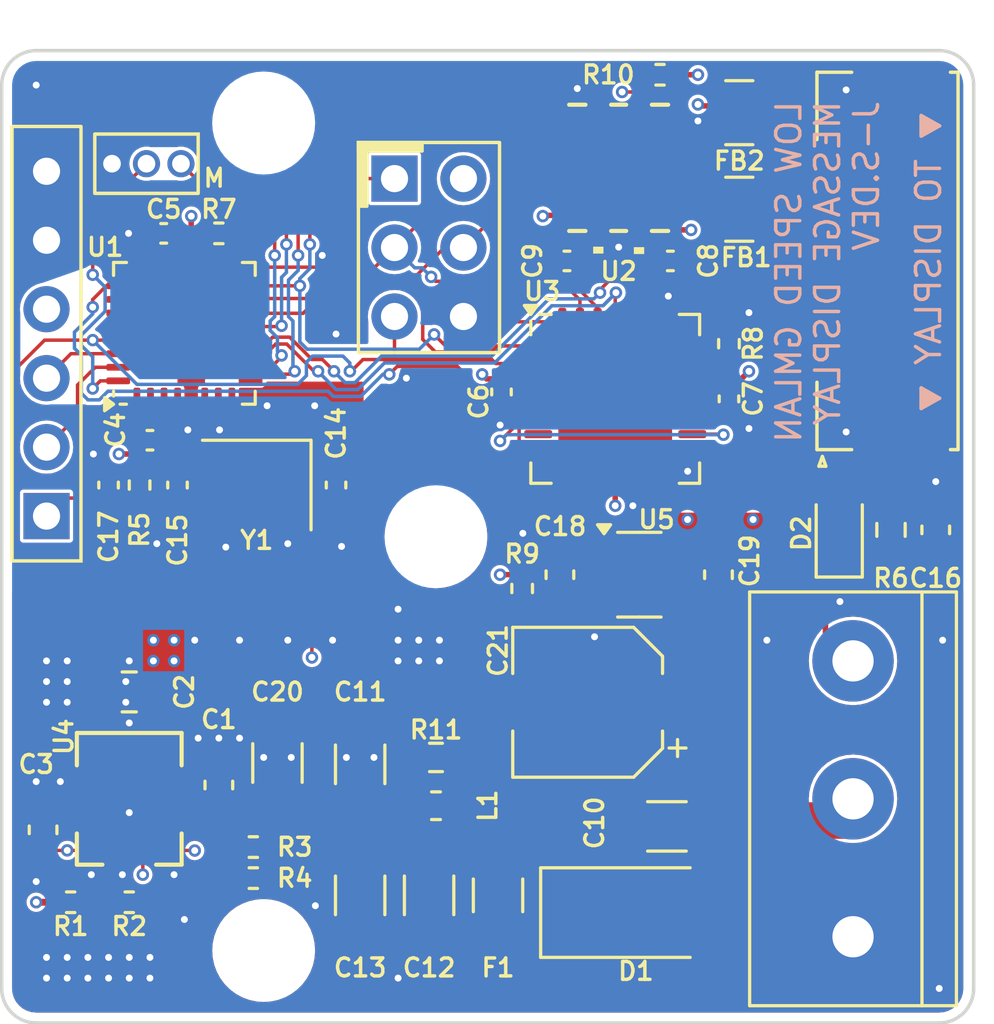
<source format=kicad_pcb>
(kicad_pcb (version 20240108) (generator "pcbnew") (generator_version "8.0")
  (layers (0 "F.Cu" signal) (1 "In1.Cu" signal) (2 "In2.Cu" signal) (31 "B.Cu" signal) (35 "F.Paste" user) (36 "B.SilkS" user "B.Silkscreen") (37 "F.SilkS" user "F.Silkscreen") (38 "B.Mask" user) (39 "F.Mask" user) (44 "Edge.Cuts" user))
  (net 0 "")
  (net 1 "GND")
  (net 2 "VCC")
  (net 6 "Net-(C16-Pad1)")
  (net 12 "Net-(U4-FB)")
  (net 13 "+3.3V")
  (net 17 "/OSC+")
  (net 18 "/OSC-")
  (net 19 "Net-(C11-Pad1)")
  (net 27 "R_{X}CAN")
  (net 28 "T_{X}CAN")
  (net 29 "Net-(U4-RT)")
  (net 30 "Net-(U4-EN)")
  (net 31 "PG_5V")
  (net 32 "Net-(U4-SW-Pad5)")
  (net 34 "PG_3V3")
  (net 36 "Net-(D1-K)")
  (net 37 "+12V")
  (net 38 "+BATT")
  (net 39 "CANH")
  (net 40 "RESET")
  (net 41 "/3F_3.3V")
  (net 42 "/3F_GND")
  (net 43 "/3F_CS_OLED")
  (net 44 "Net-(C21-Pad2)")
  (net 45 "/3F_OLED_RST")
  (net 46 "RST_OLED")
  (net 47 "/3_DC_OLED")
  (net 48 "/3F_OLED_DC")
  (net 49 "/3_RST_OLED")
  (net 50 "/3F_SCK")
  (net 51 "/3_MOSI")
  (net 52 "/3F_MOSI")
  (net 53 "MOSI")
  (net 54 "MISO")
  (net 55 "SCK")
  (net 56 "FTDI_TX")
  (net 57 "FTDI_RX")
  (net 58 "SEL_UNIT")
  (net 59 "INT_CAN")
  (net 60 "CS_CAN")
  (net 61 "DC_OLED")
  (net 62 "CS_OLED")
  (net 63 "CLK")
  (net 64 "/CAN_CLK_PD")
  (net 65 "/SEL_METRIC")
  (net 66 "/FTDI_RESET")
  (net 76 "/3_SCK")
  (net 77 "/3_CS_OLED")
  (footprint "Resistor_SMD:R_0603_1608Metric" (layer "F.Cu") (at 145.544 170.053 90)
    (property "Reference" "R6")
    (property "Value" "100R" (hide yes))
  )
  (footprint "Capacitor_SMD:C_0603_1608Metric" (layer "F.Cu") (at 147.193 170.053 90)
    (property "Reference" "C16")
    (property "Value" "560pf")
  )
  (footprint "Capacitor_SMD:C_0603_1608Metric" (layer "F.Cu") (at 139.1865 171.704 -90)
    (property "Reference" "C19")
    (property "Value" "10uF")
  )
  (footprint "Resistor_SMD:R_0402_1005Metric" (layer "F.Cu") (at 117.475 183.769)
    (property "Reference" "R2")
    (property "Value" "10K")
  )
  (footprint "Diode_SMD:D_SOD-323" (layer "F.Cu") (at 143.637 170.18 90)
    (property "Reference" "D2")
    (property "Value" "DESD1LIN2WSQ-7" (hide yes))
  )
  (footprint "TPSM365R3RDNR:QFN-FCMOD_365R6FRDN_TEX_M2" (layer "F.Cu") (at 117.475 179.959 180)
    (property "Reference" "U4")
    (property "Value" "TPSM365R3RDNR")
  )
  (footprint "Capacitor_SMD:C_0805_2012Metric" (layer "F.Cu") (at 117.475 176.022 180)
    (property "Reference" "C2")
    (property "Value" "10uF" (hide yes))
  )
  (footprint "MountingHole:MountingHole_2.2mm_M2_DIN965" (layer "F.Cu") (at 122.428 155.067)
    (property "Reference" "H1" (hide yes))
    (property "Value" "MountingHole_Pad")
  )
  (footprint "jsdev:fb_array_0805" (layer "F.Cu") (at 139.954 154.686 90)
    (property "Reference" "FB2")
    (property "Value" "FerriteBead_Small_Array")
  )
  (footprint "jsdev:PinHeader_1x03_P1.27mm_Vertical_mod" (layer "F.Cu") (at 118.11 156.5656 -90)
    (property "Reference" "J5" (hide yes))
    (property "Value" "JMP 1x3 0.05\"" (hide yes))
  )
  (footprint "Capacitor_SMD:C_0402_1005Metric" (layer "F.Cu") (at 119.253 168.402 90)
    (property "Reference" "C15")
    (property "Value" "22pf")
  )
  (footprint "MountingHole:MountingHole_2.2mm_M2_DIN965" (layer "F.Cu") (at 122.428 185.547)
    (property "Reference" "H2" (hide yes))
    (property "Value" "MountingHole_Pad")
  )
  (footprint "Capacitor_SMD:C_0402_1005Metric" (layer "F.Cu") (at 139.573 165.227 -90)
    (property "Reference" "C7")
    (property "Value" "100nF")
  )
  (footprint "Resistor_SMD:R_0402_1005Metric" (layer "F.Cu") (at 139.573 163.195 90)
    (property "Reference" "R8")
    (property "Value" "10K")
  )
  (footprint "Resistor_SMD:R_0603_1608Metric" (layer "F.Cu") (at 128.778 178.435 180)
    (property "Reference" "R11")
    (property "Value" "100R")
  )
  (footprint "Capacitor_SMD:C_0402_1005Metric" (layer "F.Cu") (at 137.414 160.147 180)
    (property "Reference" "C8")
    (property "Value" "100nF")
  )
  (footprint "Capacitor_SMD:C_0603_1608Metric" (layer "F.Cu") (at 114.3 181.102 90)
    (property "Reference" "C3")
    (property "Value" "1uF")
  )
  (footprint "Inductor_SMD:L_0603_1608Metric" (layer "F.Cu") (at 128.778 180.213)
    (property "Reference" "L1")
    (property "Value" "110nH")
  )
  (footprint "Capacitor_SMD:C_0603_1608Metric" (layer "F.Cu") (at 133.3445 171.704 -90)
    (property "Reference" "C18")
    (property "Value" "1uF")
  )
  (footprint "Capacitor_SMD:C_1206_3216Metric" (layer "F.Cu") (at 122.936 178.64 90)
    (property "Reference" "C20")
    (property "Value" "4.7uF")
  )
  (footprint "Resistor_SMD:R_0402_1005Metric" (layer "F.Cu") (at 122.047 182.88)
    (property "Reference" "R4")
    (property "Value" "100K")
  )
  (footprint "Capacitor_SMD:C_0402_1005Metric" (layer "F.Cu") (at 125.095 168.402 -90)
    (property "Reference" "C14")
    (property "Value" "22pf")
  )
  (footprint "Capacitor_SMD:C_0402_1005Metric" (layer "F.Cu") (at 118.745 159.131 180)
    (property "Reference" "C5")
    (property "Value" "100nF")
  )
  (footprint "Capacitor_SMD:CP_Elec_5x5.9" (layer "F.Cu") (at 134.366 176.403 180)
    (property "Reference" "C21")
    (property "Value" "10uF")
  )
  (footprint "Resistor_SMD:R_0402_1005Metric" (layer "F.Cu") (at 122.047 181.737 180)
    (property "Reference" "R3")
    (property "Value" "560K")
  )
  (footprint "Resistor_SMD:R_0402_1005Metric" (layer "F.Cu") (at 115.316 183.769)
    (property "Reference" "R1")
    (property "Value" "40K2")
  )
  (footprint "Crystal:Crystal_SMD_3225-4Pin_3.2x2.5mm" (layer "F.Cu") (at 122.174 168.402 180)
    (property "Reference" "Y1")
    (property "Value" "16MHZ")
  )
  (footprint "Resistor_SMD:R_0402_1005Metric" (layer "F.Cu") (at 137.033 153.289 180)
    (property "Reference" "R10")
    (property "Value" "100K")
  )
  (footprint "Package_DFN_QFN:QFN-32-1EP_5x5mm_P0.5mm_EP3.1x3.1mm" (layer "F.Cu") (at 119.507 162.814 90)
    (property "Reference" "U1")
    (property "Value" "ATmega328PB-M" (hide yes))
  )
  (footprint "Diode_SMD:D_SMA" (layer "F.Cu") (at 136.144 184.15)
    (property "Reference" "D1")
    (property "Value" "B140-E3" (hide yes))
  )
  (footprint "MountingHole:MountingHole_2.2mm_M2_DIN965" (layer "F.Cu") (at 128.778 170.307)
    (property "Reference" "H3" (hide yes))
    (property "Value" "MountingHole_Pad" (hide yes))
  )
  (footprint "Fuse:Fuse_1206_3216Metric" (layer "F.Cu") (at 131.064 183.515 -90)
    (property "Reference" "F1")
    (property "Value" "Polyfuse" (hide yes))
  )
  (footprint "Capacitor_SMD:C_1206_3216Metric" (layer "F.Cu") (at 125.984 178.689 90)
    (property "Reference" "C11")
    (property "Value" "4.7uF")
  )
  (footprint "Resistor_SMD:R_0402_1005Metric" (layer "F.Cu") (at 120.777 159.131)
    (property "Reference" "R7")
    (property "Value" "10K")
  )
  (footprint "jsdev:fb_array_0805" (layer "F.Cu") (at 139.954 158.242 90)
    (property "Reference" "FB1")
    (property "Value" "FerriteBead_Small_Array")
  )
  (footprint "jsdev:QFN-28-1EP_6x6mm_P0.65mm_EP4.25x4.25mm_mod1" (layer "F.Cu") (at 135.382 165.227)
    (property "Reference" "U3")
    (property "Value" "MCP25625T-E/ML")
  )
  (footprint "Capacitor_SMD:C_0402_1005Metric" (layer "F.Cu") (at 116.713 168.402 -90)
    (property "Reference" "C17")
    (property "Value" "100nF")
  )
  (footprint "jsdev:PinSocket_1x06_P2.54mm_Vertical_Box" (layer "F.Cu") (at 114.427 169.545 180)
    (property "Reference" "J4" (hide yes))
    (property "Value" "Socket 1x6 0.1\"")
  )
  (footprint "Capacitor_SMD:C_1206_3216Metric" (layer "F.Cu") (at 125.984 183.515 -90)
    (property "Reference" "C13")
    (property "Value" "4.7uF")
  )
  (footprint "Resistor_SMD:R_0402_1005Metric" (layer "F.Cu") (at 131.953 172.212 -90)
    (property "Reference" "R9")
    (property "Value" "100K")
  )
  (footprint "Capacitor_SMD:C_0402_1005Metric" (layer "F.Cu") (at 131.191 164.973 -90)
    (property "Reference" "C6")
    (property "Value" "100nF")
  )
  (footprint "TerminalBlock:TerminalBlock_bornier-3_P5.08mm" (layer "F.Cu") (at 144.145 185.039 90)
    (property "Reference" "J2" (hide yes))
    (property "Value" "Screw_Terminal_01x03" (hide yes))
  )
  (footprint "jsdev:PinHeader_ISP_POGO" (layer "F.Cu") (at 127.249 157.114)
    (property "Reference" "J1" (hide yes))
    (property "Value" "AVRISP-6" (hide yes))
  )
  (footprint "Capacitor_SMD:C_1206_3216Metric" (layer "F.Cu") (at 128.524 183.515 -90)
    (property "Reference" "C12")
    (property "Value" "4.7uF")
  )
  (footprint "Capacitor_SMD:C_0603_1608Metric" (layer "F.Cu") (at 120.777 179.451 90)
    (property "Reference" "C1")
    (property "Value" "100nF")
  )
  (footprint "Capacitor_SMD:C_1206_3216Metric" (layer "F.Cu") (at 137.287 180.975 180)
    (property "Reference" "C10")
    (property "Value" "4.7uF")
  )
  (footprint "Capacitor_SMD:C_0402_1005Metric" (layer "F.Cu") (at 118.237 166.751)
    (property "Reference" "C4")
    (property "Value" "100nF")
  )
  (footprint "Capacitor_SMD:C_0402_1005Metric" (layer "F.Cu") (at 133.604 160.147)
    (property "Reference" "C9")
    (property "Value" "100nF")
  )
  (footprint "digikey_ul:RGY20_3P05X2P05" (layer "F.Cu") (at 135.509 156.718 180)
    (property "Reference" "U2")
    (property "Value" "TXS0108ERGYR")
  )
  (footprint "Package_TO_SOT_SMD:SOT-23-5" (layer "F.Cu") (at 136.271 171.704)
    (property "Reference" "U5")
    (property "Value" "LP3988*-*" (hide yes))
  )
  (footprint "Resistor_SMD:R_0402_1005Metric" (layer "F.Cu") (at 117.856 168.402 -90)
    (property "Reference" "R5")
    (property "Value" "10K")
  )
  (footprint "jsdev:CON_532610771_MOD" (layer "F.Cu") (at 143.015 163.897 90)
    (property "Reference" "J3" (hide yes))
    (property "Value" "PicoBlade F 1x7" (hide yes))
  )
  (gr_arc (start 112.776 153.67) (mid 113.147974 152.771974) (end 114.046 152.4) (stroke (width 0.127)) (layer "Edge.Cuts"))
  (gr_arc (start 114.046 188.214) (mid 113.147974 187.842026) (end 112.776 186.944) (stroke (width 0.127)) (layer "Edge.Cuts"))
  (gr_line (start 112.776 186.944) (end 112.776 153.67) (stroke (width 0.127)) (layer "Edge.Cuts"))
  (gr_line (start 147.32 188.214) (end 114.046 188.214) (stroke (width 0.127)) (layer "Edge.Cuts"))
  (gr_line (start 148.59 153.67) (end 148.59 186.944) (stroke (width 0.127)) (layer "Edge.Cuts"))
  (gr_arc (start 147.32 152.4) (mid 148.218026 152.771974) (end 148.59 153.67) (stroke (width 0.127)) (layer "Edge.Cuts"))
  (gr_arc (start 148.59 186.944) (mid 148.218026 187.842026) (end 147.32 188.214) (stroke (width 0.127)) (layer "Edge.Cuts"))
  (gr_line (start 114.046 152.4) (end 147.32 152.4) (stroke (width 0.127)) (layer "Edge.Cuts"))
  (gr_text "LOW SPEED GMLAN\nMESSAGE DISPLAY\nJ-S.DEV" (at 145.161 154.178 90) (layer "B.SilkS") (effects (font (size 0.889 0.889) (thickness 0.127)) (justify left bottom mirror)))
  (gr_text "▼ TO DISPLAY ▼" (at 147.449 160.187 90) (layer "B.SilkS") (effects (font (size 0.889 0.889) (thickness 0.127)) (justify bottom mirror)))
  (gr_text "M" (at 120.142 157.48 0) (layer "F.SilkS") (effects (font (size 0.6604 0.6604) (thickness 0.127)) (justify left bottom)))
  (segment (start 146.939 170.053) (end 147.193 169.799) (width 0.2032) (layer "F.Cu") (net 1))
  (segment (start 118.265 159.131) (end 117.4496 159.131) (width 0.2032) (layer "F.Cu") (net 1))
  (segment (start 143.8918 153.847) (end 143.891 153.8478) (width 0.2032) (layer "F.Cu") (net 1))
  (segment (start 145.914999 153.847) (end 143.8918 153.847) (width 0.2032) (layer "F.Cu") (net 1))
  (segment (start 143.8918 166.447) (end 143.891 166.4462) (width 0.2032) (layer "F.Cu") (net 1))
  (segment (start 143.637 171.23) (end 143.637 170.815) (width 0.2032) (layer "F.Cu") (net 1))
  (segment (start 119.257 160.3765) (end 119.257 160.024) (width 0.2032) (layer "F.Cu") (net 1))
  (segment (start 119.257 160.024) (end 118.364 159.131) (width 0.2032) (layer "F.Cu") (net 1))
  (segment (start 119.257 160.3765) (end 119.257 162.564) (width 0.2032) (layer "F.Cu") (net 1))
  (segment (start 139.6974 165.707) (end 139.573 165.707) (width 0.2032) (layer "F.Cu") (net 1))
  (segment (start 145.914999 166.447) (end 143.8918 166.447) (width 0.2032) (layer "F.Cu") (net 1))
  (segment (start 137.3378 161.4424) (end 137.3378 162.052) (width 0.2032) (layer "F.Cu") (net 1))
  (segment (start 136.032 165.877) (end 135.382 165.227) (width 0.2032) (layer "F.Cu") (net 1))
  (segment (start 131.1402 165.5038) (end 131.191 165.453) (width 0.2032) (layer "F.Cu") (net 1))
  (segment (start 137.3378 162.052) (end 137.332 162.0578) (width 0.2032) (layer "F.Cu") (net 1))
  (segment (start 122.774 169.252) (end 123.274 169.252) (width 0.2032) (layer "F.Cu") (net 1))
  (segment (start 136.032 169.164) (end 136.032 168.0645) (width 0.2032) (layer "F.Cu") (net 1))
  (segment (start 138.43 154.9908) (end 138.48588 154.93492) (width 0.2032) (layer "F.Cu") (net 1))
  (segment (start 131.1402 166.1922) (end 131.1402 165.5038) (width 0.2032) (layer "F.Cu") (net 1))
  (segment (start 118.364 159.131) (end 118.265 159.131) (width 0.2032) (layer "F.Cu") (net 1))
  (segment (start 139.573 165.707) (end 139.093 165.227) (width 0.2032) (layer "F.Cu") (net 1))
  (segment (start 135.509 159.639) (end 135.509 156.718) (width 0.2032) (layer "F.Cu") (net 1))
  (segment (start 144.399 170.053) (end 146.939 170.053) (width 0.2032) (layer "F.Cu") (net 1))
  (segment (start 119.257 162.564) (end 119.507 162.814) (width 0.2032) (layer "F.Cu") (net 1))
  (segment (start 123.274 170.518) (end 123.317 170.561) (width 0.2032) (layer "F.Cu") (net 1))
  (segment (start 140.3096 162.052) (end 139.6766 162.685) (width 0.2032) (layer "F.Cu") (net 1))
  (segment (start 138.2195 167.7255) (end 138.051 167.894) (width 0.2032) (layer "F.Cu") (net 1))
  (segment (start 139.6766 162.685) (end 139.573 162.685) (width 0.2032) (layer "F.Cu") (net 1))
  (segment (start 138.2195 167.177) (end 138.2195 167.7255) (width 0.2032) (layer "F.Cu") (net 1))
  (segment (start 139.093 165.227) (end 138.2195 165.227) (width 0.2032) (layer "F.Cu") (net 1))
  (segment (start 121.074 167.552) (end 122.774 169.252) (width 0.2032) (layer "F.Cu") (net 1))
  (segment (start 140.3096 166.3192) (end 139.6974 165.707) (width 0.2032) (layer "F.Cu") (net 1))
  (segment (start 123.274 169.252) (end 123.274 170.518) (width 0.2032) (layer "F.Cu") (net 1))
  (segment (start 138.48588 154.93492) (end 139.446 154.93492) (width 0.2032) (layer "F.Cu") (net 1))
  (segment (start 119.757 165.2515) (end 119.757 163.064) (width 0.2032) (layer "F.Cu") (net 1))
  (segment (start 119.757 163.064) (end 119.507 162.814) (width 0.2032) (layer "F.Cu") (net 1))
  (segment (start 136.032 168.0645) (end 136.032 165.877) (width 0.2032) (layer "F.Cu") (net 1))
  (segment (start 143.637 170.815) (end 144.399 170.053) (width 0.2032) (layer "F.Cu") (net 1))
  (segment (start 138.2195 165.227) (end 135.382 165.227) (width 0.2032) (layer "F.Cu") (net 1))
  (segment (start 147.193 169.278) (end 147.193 168.275) (width 0.2032) (layer "F.Cu") (net 1))
  (segment (start 137.332 162.3895) (end 137.332 163.277) (width 0.2032) (layer "F.Cu") (net 1))
  (segment (start 147.193 169.799) (end 147.193 169.278) (width 0.2032) (layer "F.Cu") (net 1))
  (segment (start 137.332 163.277) (end 135.382 165.227) (width 0.2032) (layer "F.Cu") (net 1))
  (via (at 125.476 178.435) (size 0.4572) (drill 0.254) (layers "F.Cu" "B.Cu") (net 1))
  (via (at 138.43 154.9908) (size 0.4572) (drill 0.254) (layers "F.Cu" "B.Cu") (net 1))
  (via (at 125.2982 170.6626) (size 0.4572) (drill 0.254) (layers "F.Cu" "B.Cu") (net 1))
  (via (at 115.189 174.879) (size 0.4572) (drill 0.254) (layers "F.Cu" "B.Cu") (net 1))
  (via (at 117.475 180.467) (size 0.4572) (drill 0.254) (layers "F.Cu" "B.Cu") (net 1))
  (via (at 133.985 153.797) (size 0.4572) (drill 0.254) (layers "F.Cu" "B.Cu") (net 1))
  (via (at 121.539 177.7238) (size 0.4572) (drill 0.254) (layers "F.Cu" "B.Cu") (net 1))
  (via (at 117.348 176.403) (size 0.4572) (drill 0.254) (layers "F.Cu" "B.Cu") (net 1))
  (via (at 116.713 185.801) (size 0.4572) (drill 0.254) (layers "F.Cu" "B.Cu") (net 1))
  (via (at 143.891 153.8478) (size 0.4572) (drill 0.254) (layers "F.Cu" "B.Cu") (net 1))
  (via (at 131.1402 166.1922) (size 0.4572) (drill 0.254) (layers "F.Cu" "B.Cu") (net 1))
  (via (at 140.3096 166.3192) (size 0.4572) (drill 0.254) (layers "F.Cu" "B.Cu") (net 1))
  (via (at 121.033 170.688) (size 0.4572) (drill 0.254) (layers "F.Cu" "B.Cu") (net 1))
  (via (at 115.189 176.403) (size 0.4572) (drill 0.254) (layers "F.Cu" "B.Cu") (net 1))
  (via (at 128.905 174.117) (size 0.4572) (drill 0.254) (layers "F.Cu" "B.Cu") (net 1))
  (via (at 128.905 174.879) (size 0.4572) (drill 0.254) (layers "F.Cu" "B.Cu") (net 1))
  (via (at 114.935 179.324) (size 0.4572) (drill 0.254) (layers "F.Cu" "B.Cu") (net 1))
  (via (at 147.447 174.117) (size 0.4572) (drill 0.254) (layers "F.Cu" "B.Cu") (net 1))
  (via (at 114.427 175.641) (size 0.4572) (drill 0.254) (layers "F.Cu" "B.Cu") (net 1))
  (via (at 124.333 183.896) (size 0.4572) (drill 0.254) (layers "F.Cu" "B.Cu") (net 1))
  (via (at 117.348 175.641) (size 0.4572) (drill 0.254) (layers "F.Cu" "B.Cu") (net 1))
  (via (at 128.143 174.117) (size 0.4572) (drill 0.254) (layers "F.Cu" "B.Cu") (net 1))
  (via (at 114.046 153.67) (size 0.4572) (drill 0.254) (layers "F.Cu" "B.Cu") (net 1))
  (via (at 127.381 174.117) (size 0.4572) (drill 0.254) (layers "F.Cu" "B.Cu") (net 1))
  (via (at 124.3076 165.481) (size 0.4572) (drill 0.254) (layers "F.Cu" "B.Cu") (net 1))
  (via (at 127.381 186.563) (size 0.4572) (drill 0.254) (layers "F.Cu" "B.Cu") (net 1))
  (via (at 115.951 186.563) (size 0.4572) (drill 0.254) (layers "F.Cu" "B.Cu") (net 1))
  (via (at 114.427 176.403) (size 0.4572) (drill 0.254) (layers "F.Cu" "B.Cu") (net 1))
  (via (at 122.428 178.435) (size 0.4572) (drill 0.254) (layers "F.Cu" "B.Cu") (net 1))
  (via (at 117.475 186.563) (size 0.4572) (drill 0.254) (layers "F.Cu" "B.Cu") (net 1))
  (via (at 127.381 172.974) (size 0.4572) (drill 0.254) (layers "F.Cu" "B.Cu") (net 1))
  (via (at 123.317 174.117) (size 0.4572) (drill 0.254) (layers "F.Cu" "B.Cu") (net 1))
  (via (at 147.32 186.944) (size 0.4572) (drill 0.254) (layers "F.Cu" "B.Cu") (net 1))
  (via (at 115.951 185.801) (size 0.4572) (drill 0.254) (layers "F.Cu" "B.Cu") (net 1))
  (via (at 115.189 175.641) (size 0.4572) (drill 0.254) (layers "F.Cu" "B.Cu") (net 1))
  (via (at 134.62 173.99) (size 0.4572) (drill 0.254) (layers "F.Cu" "B.Cu") (net 1))
  (via (at 118.237 186.563) (size 0.4572) (drill 0.254) (layers "F.Cu" "B.Cu") (net 1))
  (via (at 147.193 168.275) (size 0.4572) (drill 0.254) (layers "F.Cu" "B.Cu") (net 1))
  (via (at 116.078 182.753) (size 0.4572) (drill 0.254) (layers "F.Cu" "B.Cu") (net 1))
  (via (at 126.492 178.435) (size 0.4572) (drill 0.254) (layers "F.Cu" "B.Cu") (net 1))
  (via (at 124.968 174.117) (size 0.4572) (drill 0.254) (layers "F.Cu" "B.Cu") (net 1))
  (via (at 117.475 185.801) (size 0.4572) (drill 0.254) (layers "F.Cu" "B.Cu") (net 1))
  (via (at 120.015 177.7238) (size 0.4572) (drill 0.254) (layers "F.Cu" "B.Cu") (net 1))
  (via (at 136.032 169.164) (size 0.4572) (drill 0.254) (layers "F.Cu" "B.Cu") (net 1))
  (via (at 120.8024 166.37) (size 0.4572) (drill 0.254) (layers "F.Cu" "B.Cu") (net 1))
  (via (at 117.4496 159.131) (size 0.4572) (drill 0.254) (layers "F.Cu" "B.Cu") (net 1))
  (via (at 140.97 174.117) (size 0.4572) (drill 0.254) (layers "F.Cu" "B.Cu") (net 1))
  (via (at 119.634 166.37) (size 0.4572) (drill 0.254) (layers "F.Cu" "B.Cu") (net 1))
  (via (at 116.713 186.563) (size 0.4572) (drill 0.254) (layers "F.Cu" "B.Cu") (net 1))
  (via (at 128.143 174.879) (size 0.4572) (drill 0.254) (layers "F.Cu" "B.Cu") (net 1))
  (via (at 116.1542 167.259) (size 0.4572) (drill 0.254) (layers "F.Cu" "B.Cu") (net 1))
  (via (at 114.427 174.879) (size 0.4572) (drill 0.254) (layers "F.Cu" "B.Cu") (net 1))
  (via (at 114.046 179.324) (size 0.4572) (drill 0.254) (layers "F.Cu" "B.Cu") (net 1))
  (via (at 119.888 174.117) (size 0.4572) (drill 0.254) (layers "F.Cu" "B.Cu") (net 1))
  (via (at 143.891 166.4462) (size 0.4572) (drill 0.254) (layers "F.Cu" "B.Cu") (net 1))
  (via (at 127.6858 164.465) (size 0.4572) (drill 0.254) (layers "F.Cu" "B.Cu") (net 1))
  (via (at 135.509 159.639) (size 0.4572) (drill 0.254) (layers "F.Cu" "B.Cu") (net 1))
  (via (at 114.046 183.007) (size 0.4572) (drill 0.254) (layers "F.Cu" "B.Cu") (net 1))
  (via (at 120.777 177.7238) (size 0.4572) (drill 0.254) (layers "F.Cu" "B.Cu") (net 1))
  (via (at 138.051 167.894) (size 0.4572) (drill 0.254) (layers "F.Cu" "B.Cu") (net 1))
  (via (at 127.381 174.879) (size 0.4572) (drill 0.254) (layers "F.Cu" "B.Cu") (net 1))
  (via (at 131.9784 170.18) (size 0.4572) (drill 0.254) (layers "F.Cu" "B.Cu") (net 1))
  (via (at 123.444 178.435) (size 0.4572) (drill 0.254) (layers "F.Cu" "B.Cu") (net 1))
  (via (at 123.317 170.561) (size 0.4572) (drill 0.254) (layers "F.Cu" "B.Cu") (net 1))
  (via (at 143.6624 172.6946) (size 0.4572) (drill 0.254) (layers "F.Cu" "B.Cu") (net 1))
  (via (at 118.491 170.561) (size 0.4572) (drill 0.254) (layers "F.Cu" "B.Cu") (net 1))
  (via (at 117.475 174.879) (size 0.4572) (drill 0.254) (layers "F.Cu" "B.Cu") (net 1))
  (via (at 140.3096 162.052) (size 0.4572) (drill 0.254) (layers "F.Cu" "B.Cu") (net 1))
  (via (at 115.189 185.801) (size 0.4572) (drill 0.254) (layers "F.Cu" "B.Cu") (net 1))
  (via (at 125.095 162.8394) (size 0.4572) (drill 0.254) (layers "F.Cu" "B.Cu") (net 1))
  (via (at 118.237 185.801) (size 0.4572) (drill 0.254) (layers "F.Cu" "B.Cu") (net 1))
  (via (at 117.475 177.165) (size 0.4572) (drill 0.254) (layers "F.Cu" "B.Cu") (net 1))
  (via (at 115.189 186.563) (size 0.4572) (drill 0.254) (layers "F.Cu" "B.Cu") (net 1))
  (via (at 119.126 182.753) (size 0.4572) (drill 0.254) (layers "F.Cu" "B.Cu") (net 1))
  (via (at 122.555 165.481) (size 0.4572) (drill 0.254) (layers "F.Cu" "B.Cu") (net 1))
  (via (at 114.427 186.563) (size 0.4572) (drill 0.254) (layers "F.Cu" "B.Cu") (net 1))
  (via (at 124.587 159.9438) (size 0.4572) (drill 0.254) (layers "F.Cu" "B.Cu") (net 1))
  (via (at 114.427 185.801) (size 0.4572) (drill 0.254) (layers "F.Cu" "B.Cu") (net 1))
  (via (at 117.221 182.753) (size 0.4572) (drill 0.254) (layers "F.Cu" "B.Cu") (net 1))
  (via (at 137.3378 161.4424) (size 0.4572) (drill 0.254) (layers "F.Cu" "B.Cu") (net 1))
  (via (at 121.539 174.117) (size 0.4572) (drill 0.254) (layers "F.Cu" "B.Cu") (net 1))
  (via (at 119.507 184.404) (size 0.4572) (drill 0.254) (layers "F.Cu" "B.Cu") (net 1))
  (segment (start 132.5445 164.577) (end 131.275 164.577) (width 0.2032) (layer "F.Cu") (net 2))
  (segment (start 118.956999 165.989) (end 117.983 165.989) (width 0.2032) (layer "F.Cu") (net 2))
  (segment (start 132.743001 158.467999) (end 132.715 158.496) (width 0.2032) (layer "F.Cu") (net 2))
  (segment (start 117.475 167.259) (end 117.094 167.259) (width 0.2032) (layer "F.Cu") (net 2))
  (segment (start 119.757 159.6644) (end 119.757 159.131) (width 0.2032) (layer "F.Cu") (net 2))
  (segment (start 139.403 164.577) (end 139.573 164.747) (width 0.2032) (layer "F.Cu") (net 2))
  (segment (start 133.784 158.467999) (end 132.743001 158.467999) (width 0.2032) (layer "F.Cu") (net 2))
  (segment (start 117.757 167.259) (end 117.475 167.259) (width 0.2032) (layer "F.Cu") (net 2))
  (segment (start 131.1402 171.704) (end 131.1422 171.702) (width 0.2032) (layer "F.Cu") (net 2))
  (segment (start 117.757 167.259) (end 117.757 167.793) (width 0.2032) (layer "F.Cu") (net 2))
  (segment (start 119.757 159.131) (end 119.757 158.5) (width 0.2032) (layer "F.Cu") (net 2))
  (segment (start 135.382 169.164) (end 135.382 168.0645) (width 0.2032) (layer "F.Cu") (net 2))
  (segment (start 117.757 166.751) (end 117.757 167.259) (width 0.2032) (layer "F.Cu") (net 2))
  (segment (start 130.6475 164.493) (end 131.191 164.493) (width 0.2032) (layer "F.Cu") (net 2))
  (segment (start 119.257 165.688999) (end 118.956999 165.989) (width 0.2032) (layer "F.Cu") (net 2))
  (segment (start 114.806 183.769) (end 114.046 183.769) (width 0.254) (layer "F.Cu") (net 2))
  (segment (start 119.225 159.131) (end 119.757 159.131) (width 0.2032) (layer "F.Cu") (net 2))
  (segment (start 119.257 165.2515) (end 119.257 165.688999) (width 0.2032) (layer "F.Cu") (net 2))
  (segment (start 140.3096 164.211) (end 139.7736 164.747) (width 0.2032) (layer "F.Cu") (net 2))
  (segment (start 133.784 158.467999) (end 133.784 159.004) (width 0.2032) (layer "F.Cu") (net 2))
  (segment (start 120.267 159.131) (end 119.757 159.131) (width 0.2032) (layer "F.Cu") (net 2))
  (segment (start 138.2195 164.577) (end 139.403 164.577) (width 0.2032) (layer "F.Cu") (net 2))
  (segment (start 120.757 159.8476) (end 120.5738 159.6644) (width 0.2032) (layer "F.Cu") (net 2))
  (segment (start 130.4798 164.3253) (end 130.6475 164.493) (width 0.2032) (layer "F.Cu") (net 2))
  (segment (start 133.784 159.487) (end 133.124 160.147) (width 0.2032) (layer "F.Cu") (net 2))
  (segment (start 139.7736 164.747) (end 139.573 164.747) (width 0.2032) (layer "F.Cu") (net 2))
  (segment (start 117.983 165.989) (end 117.757 166.215) (width 0.2032) (layer "F.Cu") (net 2))
  (segment (start 132.5715 171.702) (end 133.3445 170.929) (width 0.2032) (layer "F.Cu") (net 2))
  (segment (start 117.757 166.215) (end 117.757 166.751) (width 0.2032) (layer "F.Cu") (net 2))
  (segment (start 135.1335 170.754) (end 133.5195 170.754) (width 0.2032) (layer "F.Cu") (net 2))
  (segment (start 133.5195 170.754) (end 133.3445 170.929) (width 0.2032) (layer "F.Cu") (net 2))
  (segment (start 120.757 160.3765) (end 120.757 159.8476) (width 0.2032) (layer "F.Cu") (net 2))
  (segment (start 119.757 158.5) (end 119.761 158.496) (width 0.2032) (layer "F.Cu") (net 2))
  (segment (start 133.784 159.004) (end 133.784 159.487) (width 0.2032) (layer "F.Cu") (net 2))
  (segment (start 119.225 159.131) (end 119.225 159.032) (width 0.2032) (layer "F.Cu") (net 2))
  (segment (start 119.757 160.3765) (end 119.757 159.6644) (width 0.2032) (layer "F.Cu") (net 2))
  (segment (start 131.953 171.702) (end 132.5715 171.702) (width 0.2032) (layer "F.Cu") (net 2))
  (segment (start 120.267 159.131) (end 120.267 159.002) (width 0.2032) (layer "F.Cu") (net 2))
  (segment (start 120.5738 159.6644) (end 119.757 159.6644) (width 0.2032) (layer "F.Cu") (net 2))
  (segment (start 131.275 164.577) (end 131.191 164.493) (width 0.2032) (layer "F.Cu") (net 2))
  (segment (start 117.757 167.793) (end 117.856 167.892) (width 0.2032) (layer "F.Cu") (net 2))
  (segment (start 131.1422 171.702) (end 131.953 171.702) (width 0.2032) (layer "F.Cu") (net 2))
  (via (at 119.761 158.496) (size 0.4572) (drill 0.254) (layers "F.Cu" "B.Cu") (net 2))
  (via (at 130.4798 164.3253) (size 0.4572) (drill 0.254) (layers "F.Cu" "B.Cu") (net 2))
  (via (at 119.126 174.879) (size 0.4572) (drill 0.254) (layers "F.Cu" "B.Cu") (net 2))
  (via (at 117.094 167.259) (size 0.4572) (drill 0.254) (layers "F.Cu" "B.Cu") (net 2))
  (via (at 118.364 174.879) (size 0.4572) (drill 0.254) (layers "F.Cu" "B.Cu") (net 2))
  (via (at 135.382 169.164) (size 0.4572) (drill 0.254) (layers "F.Cu" "B.Cu") (net 2))
  (via (at 114.046 183.769) (size 0.4572) (drill 0.254) (layers "F.Cu" "B.Cu") (net 2))
  (via (at 119.126 174.117) (size 0.4572) (drill 0.254) (layers "F.Cu" "B.Cu") (net 2))
  (via (at 132.715 158.496) (size 0.4572) (drill 0.254) (layers "F.Cu" "B.Cu") (net 2))
  (via (at 131.1402 171.704) (size 0.4572) (drill 0.254) (layers "F.Cu" "B.Cu") (net 2))
  (via (at 140.3096 164.211) (size 0.4572) (drill 0.254) (layers "F.Cu" "B.Cu") (net 2))
  (via (at 118.364 174.117) (size 0.4572) (drill 0.254) (layers "F.Cu" "B.Cu") (net 2))
  (segment (start 145.544 170.878) (end 147.143 170.878) (width 0.127) (layer "F.Cu") (net 6))
  (segment (start 147.143 170.878) (end 147.193 170.828) (width 0.127) (layer "F.Cu") (net 6))
  (segment (start 116.974874 181.9467) (end 116.974874 182.352547) (width 0.2032) (layer "F.Cu") (net 12))
  (segment (start 116.974874 182.352547) (end 116.713 182.614421) (width 0.2032) (layer "F.Cu") (net 12))
  (segment (start 115.826 183.769) (end 116.965 183.769) (width 0.2032) (layer "F.Cu") (net 12))
  (segment (start 116.713 182.614421) (end 116.713 183.769) (width 0.2032) (layer "F.Cu") (net 12))
  (segment (start 137.234 159.004) (end 138.178 159.004) (width 0.2032) (layer "F.Cu") (net 13))
  (segment (start 137.4085 170.754) (end 139.0115 170.754) (width 0.2032) (layer "F.Cu") (net 13))
  (segment (start 137.234 158.467999) (end 137.234 159.004) (width 0.2032) (layer "F.Cu") (net 13))
  (segment (start 138.43 154.3812) (end 138.48588 154.43708) (width 0.2032) (layer "F.Cu") (net 13))
  (segment (start 139.0115 170.754) (end 139.1865 170.929) (width 0.2032) (layer "F.Cu") (net 13))
  (segment (start 137.234 159.004) (end 137.234 159.487) (width 0.2032) (layer "F.Cu") (net 13))
  (segment (start 138.43 153.289) (end 137.543 153.289) (width 0.2032) (layer "F.Cu") (net 13))
  (segment (start 138.48588 154.43708) (end 139.446 154.43708) (width 0.2032) (layer "F.Cu") (net 13))
  (segment (start 137.234 159.487) (end 137.894 160.147) (width 0.2032) (layer "F.Cu") (net 13))
  (via (at 138.43 153.289) (size 0.4572) (drill 0.254) (layers "F.Cu" "B.Cu") (net 13))
  (via (at 138.43 154.3812) (size 0.4572) (drill 0.254) (layers "F.Cu" "B.Cu") (net 13))
  (via (at 140.462 169.672) (size 0.4572) (drill 0.254) (layers "F.Cu" "B.Cu") (net 13))
  (via (at 138.049 169.672) (size 0.4572) (drill 0.254) (layers "F.Cu" "B.Cu") (net 13))
  (via (at 138.178 159.004) (size 0.4572) (drill 0.254) (layers "F.Cu" "B.Cu") (net 13))
  (segment (start 120.1835 166.370803) (end 120.1835 168.3615) (width 0.127) (layer "F.Cu") (net 17))
  (segment (start 120.757 165.797303) (end 120.757 165.2515) (width 0.127) (layer "F.Cu") (net 17))
  (segment (start 119.623 169.252) (end 119.253 168.882) (width 0.127) (layer "F.Cu") (net 17))
  (segment (start 120.757 165.797303) (end 120.1835 166.370803) (width 0.127) (layer "F.Cu") (net 17))
  (segment (start 120.1835 168.3615) (end 121.074 169.252) (width 0.127) (layer "F.Cu") (net 17))
  (segment (start 121.074 169.252) (end 119.623 169.252) (width 0.127) (layer "F.Cu") (net 17))
  (segment (start 124.725 167.552) (end 123.274 167.552) (width 0.127) (layer "F.Cu") (net 18))
  (segment (start 121.257 166.1134) (end 121.257 165.2515) (width 0.127) (layer "F.Cu") (net 18))
  (segment (start 121.3358 166.1922) (end 123.19 166.1922) (width 0.127) (layer "F.Cu") (net 18))
  (segment (start 123.274 166.2762) (end 123.274 167.552) (width 0.127) (layer "F.Cu") (net 18))
  (segment (start 121.257 166.1134) (end 121.3358 166.1922) (width 0.127) (layer "F.Cu") (net 18))
  (segment (start 123.19 166.1922) (end 123.274 166.2762) (width 0.127) (layer "F.Cu") (net 18))
  (segment (start 125.095 167.922) (end 124.725 167.552) (width 0.127) (layer "F.Cu") (net 18))
  (segment (start 132.969 168.783) (end 131.8415 167.6555) (width 0.127) (layer "F.Cu") (net 27))
  (segment (start 134.732 168.544) (end 134.493 168.783) (width 0.127) (layer "F.Cu") (net 27))
  (segment (start 132.304448 165.877) (end 132.5445 165.877) (width 0.127) (layer "F.Cu") (net 27))
  (segment (start 134.493 168.783) (end 132.969 168.783) (width 0.127) (layer "F.Cu") (net 27))
  (segment (start 134.732 168.0645) (end 134.732 168.544) (width 0.127) (layer "F.Cu") (net 27))
  (segment (start 131.8415 167.6555) (end 131.8415 166.339948) (width 0.127) (layer "F.Cu") (net 27))
  (segment (start 131.8415 166.339948) (end 132.304448 165.877) (width 0.127) (layer "F.Cu") (net 27))
  (segment (start 139.3698 166.5478) (end 139.349 166.527) (width 0.127) (layer "F.Cu") (net 28))
  (segment (start 131.313797 166.6113) (end 131.5875 166.337597) (width 0.127) (layer "F.Cu") (net 28))
  (segment (start 131.816919 166.005319) (end 131.816919 165.442082) (width 0.127) (layer "F.Cu") (net 28))
  (segment (start 132.032001 165.227) (end 132.5445 165.227) (width 0.127) (layer "F.Cu") (net 28))
  (segment (start 131.305303 166.6113) (end 131.313797 166.6113) (width 0.127) (layer "F.Cu") (net 28))
  (segment (start 131.5875 166.234738) (end 131.816919 166.005319) (width 0.127) (layer "F.Cu") (net 28))
  (segment (start 131.1402 166.776403) (end 131.305303 166.6113) (width 0.127) (layer "F.Cu") (net 28))
  (segment (start 131.5875 166.337597) (end 131.5875 166.234738) (width 0.127) (layer "F.Cu") (net 28))
  (segment (start 139.349 166.527) (end 138.2195 166.527) (width 0.127) (layer "F.Cu") (net 28))
  (segment (start 131.816919 165.442082) (end 132.032001 165.227) (width 0.127) (layer "F.Cu") (net 28))
  (via (at 131.1402 166.776403) (size 0.4572) (drill 0.254) (layers "F.Cu" "B.Cu") (net 28))
  (via (at 139.3698 166.5478) (size 0.4572) (drill 0.254) (layers "F.Cu" "B.Cu") (net 28))
  (segment (start 131.368803 166.5478) (end 139.3698 166.5478) (width 0.127) (layer "B.Cu") (net 28))
  (segment (start 131.1402 166.776403) (end 131.368803 166.5478) (width 0.127) (layer "B.Cu") (net 28))
  (segment (start 115.189 181.859189) (end 114.317811 181.859189) (width 0.127) (layer "F.Cu") (net 29))
  (segment (start 114.317811 181.859189) (end 114.3 181.877) (width 0.127) (layer "F.Cu") (net 29))
  (segment (start 117.975126 182.753) (end 117.975126 181.934) (width 0.127) (layer "F.Cu") (net 29))
  (segment (start 116.175 181.859189) (end 115.189 181.859189) (width 0.127) (layer "F.Cu") (net 29))
  (via (at 115.189 181.859189) (size 0.4572) (drill 0.254) (layers "F.Cu" "B.Cu") (net 29))
  (via (at 117.975126 182.753) (size 0.4572) (drill 0.254) (layers "F.Cu" "B.Cu") (net 29))
  (segment (start 121.537 181.231) (end 121.537 181.737) (width 0.127) (layer "F.Cu") (net 30))
  (segment (start 118.7877 181.109063) (end 121.419063 181.109063) (width 0.127) (layer "F.Cu") (net 30))
  (segment (start 121.537 181.737) (end 121.537 182.88) (width 0.127) (layer "F.Cu") (net 30))
  (segment (start 121.539 181.229) (end 121.537 181.231) (width 0.127) (layer "F.Cu") (net 30))
  (segment (start 121.419063 181.109063) (end 121.539 181.229) (width 0.127) (layer "F.Cu") (net 30))
  (segment (start 119.888 181.864) (end 119.883189 181.859189) (width 0.127) (layer "F.Cu") (net 31))
  (segment (start 133.9088 173.482) (end 131.953 173.482) (width 0.127) (layer "F.Cu") (net 31))
  (segment (start 119.883189 181.859189) (end 118.775 181.859189) (width 0.127) (layer "F.Cu") (net 31))
  (segment (start 131.953 173.482) (end 127.762 173.482) (width 0.127) (layer "F.Cu") (net 31))
  (segment (start 124.968 173.482) (end 127.762 173.482) (width 0.127) (layer "F.Cu") (net 31))
  (segment (start 124.206 174.244) (end 124.206 174.752) (width 0.127) (layer "F.Cu") (net 31))
  (segment (start 135.1335 172.654) (end 134.7368 172.654) (width 0.127) (layer "F.Cu") (net 31))
  (segment (start 131.953 172.722) (end 131.953 173.482) (width 0.127) (layer "F.Cu") (net 31))
  (segment (start 134.7368 172.654) (end 133.9088 173.482) (width 0.127) (layer "F.Cu") (net 31))
  (segment (start 124.968 173.482) (end 124.206 174.244) (width 0.127) (layer "F.Cu") (net 31))
  (via (at 119.888 181.864) (size 0.4572) (drill 0.254) (layers "F.Cu" "B.Cu") (net 31))
  (via (at 124.206 174.752) (size 0.4572) (drill 0.254) (layers "F.Cu" "B.Cu") (net 31))
  (segment (start 136.0424 153.289) (end 136.523 153.289) (width 0.127) (layer "F.Cu") (net 34))
  (segment (start 129.5654 164.0332) (end 127.348954 164.0332) (width 0.127) (layer "F.Cu") (net 34))
  (segment (start 132.5118 155.2448) (end 126.04937 155.2448) (width 0.127) (layer "F.Cu") (net 34))
  (segment (start 121.65267 159.6415) (end 121.013432 159.6415) (width 0.127) (layer "F.Cu") (net 34))
  (segment (start 136.4996 169.926) (end 136.2964 169.7228) (width 0.127) (layer "F.Cu") (net 34))
  (segment (start 116.1288 161.8488) (end 116.1288 161.567201) (width 0.127) (layer "F.Cu") (net 34))
  (segment (start 117.911003 158.0769) (end 117.0178 158.970103) (width 0.127) (layer "F.Cu") (net 34))
  (segment (start 137.4085 172.654) (end 137.4085 171.9635) (width 0.127) (layer "F.Cu") (net 34))
  (segment (start 137.0474 171.6024) (end 136.7028 171.6024) (width 0.127) (layer "F.Cu") (net 34))
  (segment (start 136.157401 153.924) (end 136.259001 154.0256) (width 0.127) (layer "F.Cu") (net 34))
  (segment (start 136.0424 153.289) (end 136.0424 153.924) (width 0.127) (layer "F.Cu") (net 34))
  (segment (start 136.0424 153.924) (end 136.157401 153.924) (width 0.127) (layer "F.Cu") (net 34))
  (segment (start 136.2964 169.7228) (end 133.4939 169.7228) (width 0.127) (layer "F.Cu") (net 34))
  (segment (start 133.0452 153.0858) (end 133.0452 154.7114) (width 0.127) (layer "F.Cu") (net 34))
  (segment (start 135.7122 152.9588) (end 133.1722 152.9588) (width 0.127) (layer "F.Cu") (net 34))
  (segment (start 117.0178 158.970103) (end 117.0178 161.0123) (width 0.127) (layer "F.Cu") (net 34))
  (segment (start 130.5306 164.9984) (end 129.5654 164.0332) (width 0.127) (layer "F.Cu") (net 34))
  (segment (start 120.8265 158.807432) (end 120.095968 158.0769) (width 0.127) (layer "F.Cu") (net 34))
  (segment (start 126.04937 155.2448) (end 121.65267 159.6415) (width 0.127) (layer "F.Cu") (net 34))
  (segment (start 136.259001 154.0256) (end 136.259001 154.493001) (width 0.127) (layer "F.Cu") (net 34))
  (segment (start 116.1288 161.567201) (end 116.632001 161.064) (width 0.127) (layer "F.Cu") (net 34))
  (segment (start 136.7028 171.6024) (end 136.4996 171.3992) (width 0.127) (layer "F.Cu") (net 34))
  (segment (start 133.4939 169.7228) (end 130.5306 166.7595) (width 0.127) (layer "F.Cu") (net 34))
  (segment (start 127.348954 164.0332) (end 127.056854 164.3253) (width 0.127) (layer "F.Cu") (net 34))
  (segment (start 135.636 153.924) (end 136.0424 153.924) (width 0.127) (layer "F.Cu") (net 34))
  (segment (start 136.0424 153.289) (end 135.7122 152.9588) (width 0.127) (layer "F.Cu") (net 34))
  (segment (start 137.4085 171.9635) (end 137.0474 171.6024) (width 0.127) (layer "F.Cu") (net 34))
  (segment (start 116.632001 161.064) (end 117.0695 161.064) (width 0.127) (layer "F.Cu") (net 34))
  (segment (start 121.013432 159.6415) (end 120.8265 159.454568) (width 0.127) (layer "F.Cu") (net 34))
  (segment (start 120.8265 159.454568) (end 120.8265 158.807432) (width 0.127) (layer "F.Cu") (net 34))
  (segment (start 133.1722 152.9588) (end 133.0452 153.0858) (width 0.127) (layer "F.Cu") (net 34))
  (segment (start 117.0178 161.0123) (end 117.0695 161.064) (width 0.127) (layer "F.Cu") (net 34))
  (segment (start 120.095968 158.0769) (end 117.911003 158.0769) (width 0.127) (layer "F.Cu") (net 34))
  (segment (start 130.5306 166.7595) (end 130.5306 164.9984) (width 0.127) (layer "F.Cu") (net 34))
  (segment (start 136.4996 171.3992) (end 136.4996 169.926) (width 0.127) (layer "F.Cu") (net 34))
  (segment (start 133.0452 154.7114) (end 132.5118 155.2448) (width 0.127) (layer "F.Cu") (net 34))
  (via (at 127.056854 164.3253) (size 0.4572) (drill 0.254) (layers "F.Cu" "B.Cu") (net 34))
  (via (at 116.1288 161.8488) (size 0.4572) (drill 0.254) (layers "F.Cu" "B.Cu") (net 34))
  (via (at 135.636 153.924) (size 0.4572) (drill 0.254) (layers "F.Cu" "B.Cu") (net 34))
  (segment (start 115.4557 163.36371) (end 115.7097 163.61771) (width 0.127) (layer "B.Cu") (net 34))
  (segment (start 124.803494 164.9476) (end 124.993993 165.1381) (width 0.127) (layer "B.Cu") (net 34))
  (segment (start 115.4557 162.77229) (end 115.4557 163.36371) (width 0.127) (layer "B.Cu") (net 34))
  (segment (start 115.7097 163.61771) (end 115.7097 165.019597) (width 0.127) (layer "B.Cu") (net 34))
  (segment (start 116.6876 164.9476) (end 124.803494 164.9476) (width 0.127) (layer "B.Cu") (net 34))
  (segment (start 116.3701 165.2651) (end 116.6876 164.9476) (width 0.127) (layer "B.Cu") (net 34))
  (segment (start 126.00392 165.1381) (end 126.81672 164.3253) (width 0.127) (layer "B.Cu") (net 34))
  (segment (start 116.1288 161.8488) (end 116.1288 162.09919) (width 0.127) (layer "B.Cu") (net 34))
  (segment (start 116.1288 162.09919) (end 115.4557 162.77229) (width 0.127) (layer "B.Cu") (net 34))
  (segment (start 124.993993 165.1381) (end 126.00392 165.1381) (width 0.127) (layer "B.Cu") (net 34))
  (segment (start 115.7097 165.019597) (end 115.955203 165.2651) (width 0.127) (layer "B.Cu") (net 34))
  (segment (start 115.955203 165.2651) (end 116.3701 165.2651) (width 0.127) (layer "B.Cu") (net 34))
  (segment (start 126.81672 164.3253) (end 127.056854 164.3253) (width 0.127) (layer "B.Cu") (net 34))
  (segment (start 143.129 173.863) (end 143.129 169.13) (width 0.2032) (layer "F.Cu") (net 39))
  (segment (start 143.637 169.13) (end 145.446 169.13) (width 0.2032) (layer "F.Cu") (net 39))
  (segment (start 143.129 169.13) (end 137.235001 169.13) (width 0.2032) (layer "F.Cu") (net 39))
  (segment (start 136.682 168.576999) (end 136.682 168.0645) (width 0.2032) (layer "F.Cu") (net 39))
  (segment (start 145.446 169.13) (end 145.544 169.228) (width 0.2032) (layer "F.Cu") (net 39))
  (segment (start 144.145 174.879) (end 143.129 173.863) (width 0.2032) (layer "F.Cu") (net 39))
  (segment (start 137.235001 169.13) (end 136.682 168.576999) (width 0.2032) (layer "F.Cu") (net 39))
  (segment (start 143.129 169.13) (end 143.637 169.13) (width 0.2032) (layer "F.Cu") (net 39))
  (segment (start 117.703 168.912) (end 116.713 167.922) (width 0.127) (layer "F.Cu") (net 40))
  (segment (start 114.35651 163.064) (end 113.3865 164.03401) (width 0.127) (layer "F.Cu") (net 40))
  (segment (start 132.5445 163.927) (end 130.9832 163.927) (width 0.127) (layer "F.Cu") (net 40))
  (segment (start 126.0856 163.7792) (end 127.2286 163.7792) (width 0.127) (layer "F.Cu") (net 40))
  (segment (start 113.3865 167.43599) (end 113.99601 168.0455) (width 0.127) (layer "F.Cu") (net 40))
  (segment (start 113.99601 168.0455) (end 116.5895 168.0455) (width 0.127) (layer "F.Cu") (net 40))
  (segment (start 116.5895 168.0455) (end 116.713 167.922) (width 0.127) (layer "F.Cu") (net 40))
  (segment (start 113.3865 164.03401) (end 113.3865 167.43599) (width 0.127) (layer "F.Cu") (net 40))
  (segment (start 127.249 162.194) (end 127.249 163.7588) (width 0.127) (layer "F.Cu") (net 40))
  (segment (start 130.9832 163.927) (end 130.8354 163.7792) (width 0.127) (layer "F.Cu") (net 40))
  (segment (start 117.0695 163.064) (end 116.1288 163.064) (width 0.127) (layer "F.Cu") (net 40))
  (segment (start 130.8354 163.7792) (end 127.2286 163.7792) (width 0.127) (layer "F.Cu") (net 40))
  (segment (start 125.603 164.211) (end 125.6538 164.211) (width 0.127) (layer "F.Cu") (net 40))
  (segment (start 127.249 163.7588) (end 127.2286 163.7792) (width 0.127) (layer "F.Cu") (net 40))
  (segment (start 116.1288 163.064) (end 114.35651 163.064) (width 0.127) (layer "F.Cu") (net 40))
  (segment (start 125.6538 164.211) (end 126.0856 163.7792) (width 0.127) (layer "F.Cu") (net 40))
  (segment (start 117.856 168.912) (end 117.703 168.912) (width 0.127) (layer "F.Cu") (net 40))
  (via (at 125.603 164.211) (size 0.4572) (drill 0.254) (layers "F.Cu" "B.Cu") (net 40))
  (via (at 116.1288 163.064) (size 0.4572) (drill 0.254) (layers "F.Cu" "B.Cu") (net 40))
  (segment (start 125.349 163.6522) (end 124.2314 163.6522) (width 0.127) (layer "B.Cu") (net 40))
  (segment (start 124.2314 163.6522) (end 124.0028 163.8808) (width 0.127) (layer "B.Cu") (net 40))
  (segment (start 125.603 163.9062) (end 125.349 163.6522) (width 0.127) (layer "B.Cu") (net 40))
  (segment (start 117.7584 164.6936) (end 116.1288 163.064) (width 0.127) (layer "B.Cu") (net 40))
  (segment (start 124.0028 163.8808) (end 124.0028 164.371897) (width 0.127) (layer "B.Cu") (net 40))
  (segment (start 123.681097 164.6936) (end 117.7584 164.6936) (width 0.127) (layer "B.Cu") (net 40))
  (segment (start 124.0028 164.371897) (end 123.681097 164.6936) (width 0.127) (layer "B.Cu") (net 40))
  (segment (start 125.603 164.211) (end 125.603 163.9062) (width 0.127) (layer "B.Cu") (net 40))
  (segment (start 141.05508 154.43708) (end 143.015 156.397) (width 0.2032) (layer "F.Cu") (net 41))
  (segment (start 140.462 154.43708) (end 141.05508 154.43708) (width 0.2032) (layer "F.Cu") (net 41))
  (segment (start 140.462 154.93492) (end 140.91539 154.93492) (width 0.2032) (layer "F.Cu") (net 42))
  (segment (start 141.9864 157.0994) (end 142.534 157.647) (width 0.2032) (layer "F.Cu") (net 42))
  (segment (start 140.91539 154.93492) (end 141.9864 156.00593) (width 0.2032) (layer "F.Cu") (net 42))
  (segment (start 141.9864 156.00593) (end 141.9864 157.0994) (width 0.2032) (layer "F.Cu") (net 42))
  (segment (start 142.534 157.647) (end 143.015 157.647) (width 0.2032) (layer "F.Cu") (net 42))
  (segment (start 142.684 158.897) (end 143.015 158.897) (width 0.127) (layer "F.Cu") (net 43))
  (segment (start 140.462 156.675) (end 142.684 158.897) (width 0.127) (layer "F.Cu") (net 43))
  (segment (start 140.462 155.4353) (end 140.462 156.675) (width 0.127) (layer "F.Cu") (net 43))
  (segment (start 141.986 159.518) (end 142.615 160.147) (width 0.127) (layer "F.Cu") (net 45))
  (segment (start 140.462 157.4927) (end 140.83919 157.4927) (width 0.127) (layer "F.Cu") (net 45))
  (segment (start 141.986 158.63951) (end 141.986 159.518) (width 0.127) (layer "F.Cu") (net 45))
  (segment (start 140.83919 157.4927) (end 141.986 158.63951) (width 0.127) (layer "F.Cu") (net 45))
  (segment (start 142.615 160.147) (end 143.015 160.147) (width 0.127) (layer "F.Cu") (net 45))
  (segment (start 123.059 162.564) (end 121.9445 162.564) (width 0.127) (layer "F.Cu") (net 46))
  (segment (start 126.19309 155.8195) (end 132.60751 155.8195) (width 0.127) (layer "F.Cu") (net 46))
  (segment (start 132.60751 155.8195) (end 132.756009 155.967999) (width 0.127) (layer "F.Cu") (net 46))
  (segment (start 132.756009 155.967999) (end 133.784 155.967999) (width 0.127) (layer "F.Cu") (net 46))
  (segment (start 123.2662 158.74639) (end 126.19309 155.8195) (width 0.127) (layer "F.Cu") (net 46))
  (segment (start 123.2662 159.5374) (end 123.2662 158.74639) (width 0.127) (layer "F.Cu") (net 46))
  (segment (start 123.0884 162.5346) (end 123.059 162.564) (width 0.127) (layer "F.Cu") (net 46))
  (via (at 123.2662 159.5374) (size 0.4572) (drill 0.254) (layers "F.Cu" "B.Cu") (net 46))
  (via (at 123.0884 162.5346) (size 0.4572) (drill 0.254) (layers "F.Cu" "B.Cu") (net 46))
  (segment (start 123.2662 159.5374) (end 123.2662 160.57158) (width 0.127) (layer "B.Cu") (net 46))
  (segment (start 123.2662 160.57158) (end 123.0884 160.74938) (width 0.127) (layer "B.Cu") (net 46))
  (segment (start 123.0884 160.74938) (end 123.0884 162.5346) (width 0.127) (layer "B.Cu") (net 46))
  (segment (start 137.66565 156.468) (end 139.19073 157.99308) (width 0.127) (layer "F.Cu") (net 47))
  (segment (start 139.19073 157.99308) (end 139.446 157.99308) (width 0.127) (layer "F.Cu") (net 47))
  (segment (start 137.234 156.468) (end 137.66565 156.468) (width 0.127) (layer "F.Cu") (net 47))
  (segment (start 141.732 160.445) (end 142.684 161.397) (width 0.127) (layer "F.Cu") (net 48))
  (segment (start 140.83919 157.99308) (end 141.732 158.88589) (width 0.127) (layer "F.Cu") (net 48))
  (segment (start 142.684 161.397) (end 143.015 161.397) (width 0.127) (layer "F.Cu") (net 48))
  (segment (start 141.732 158.88589) (end 141.732 160.445) (width 0.127) (layer "F.Cu") (net 48))
  (segment (start 140.462 157.99308) (end 140.83919 157.99308) (width 0.127) (layer "F.Cu") (net 48))
  (segment (start 137.234 155.967999) (end 137.679999 155.967999) (width 0.127) (layer "F.Cu") (net 49))
  (segment (start 139.2047 157.4927) (end 139.446 157.4927) (width 0.127) (layer "F.Cu") (net 49))
  (segment (start 137.679999 155.967999) (end 139.2047 157.4927) (width 0.127) (layer "F.Cu") (net 49))
  (segment (start 140.462 158.49092) (end 140.83919 158.49092) (width 0.127) (layer "F.Cu") (net 50))
  (segment (start 142.684 162.647) (end 143.015 162.647) (width 0.127) (layer "F.Cu") (net 50))
  (segment (start 141.478 159.12973) (end 141.478 161.441) (width 0.127) (layer "F.Cu") (net 50))
  (segment (start 141.478 161.441) (end 142.684 162.647) (width 0.127) (layer "F.Cu") (net 50))
  (segment (start 140.83919 158.49092) (end 141.478 159.12973) (width 0.127) (layer "F.Cu") (net 50))
  (segment (start 137.667431 157.468001) (end 139.19073 158.9913) (width 0.127) (layer "F.Cu") (net 51))
  (segment (start 137.234 157.468001) (end 137.667431 157.468001) (width 0.127) (layer "F.Cu") (net 51))
  (segment (start 139.19073 158.9913) (end 139.446 158.9913) (width 0.127) (layer "F.Cu") (net 51))
  (segment (start 141.224 159.385) (end 140.8303 158.9913) (width 0.127) (layer "F.Cu") (net 52))
  (segment (start 141.224 162.3485) (end 141.224 159.385) (width 0.127) (layer "F.Cu") (net 52))
  (segment (start 142.113 163.2375) (end 141.224 162.3485) (width 0.127) (layer "F.Cu") (net 52))
  (segment (start 143.015 163.897) (end 142.3555 163.2375) (width 0.127) (layer "F.Cu") (net 52))
  (segment (start 142.3555 163.2375) (end 142.113 163.2375) (width 0.127) (layer "F.Cu") (net 52))
  (segment (start 140.8303 158.9913) (end 140.462 158.9913) (width 0.127) (layer "F.Cu") (net 52))
  (segment (start 129.789 159.654) (end 129.087903 159.654) (width 0.127) (layer "F.Cu") (net 53))
  (segment (start 127.8033 160.8995) (end 128.0573 161.1535) (width 0.127) (layer "F.Cu") (net 53))
  (segment (start 124.6981 160.8995) (end 127.3302 160.8995) (width 0.127) (layer "F.Cu") (net 53))
  (segment (start 129.087903 159.654) (end 127.842403 160.8995) (width 0.127) (layer "F.Cu") (net 53))
  (segment (start 133.649289 161.1535) (end 134.082 161.586211) (width 0.127) (layer "F.Cu") (net 53))
  (segment (start 133.784 157.468001) (end 131.974999 157.468001) (width 0.127) (layer "F.Cu") (net 53))
  (segment (start 124.0663 161.5313) (end 124.6981 160.8995) (width 0.127) (layer "F.Cu") (net 53))
  (segment (start 134.082 161.586211) (end 134.082 162.3895) (width 0.127) (layer "F.Cu") (net 53))
  (segment (start 121.9445 161.564) (end 121.9772 161.5313) (width 0.127) (layer "F.Cu") (net 53))
  (segment (start 127.842403 160.8995) (end 127.8033 160.8995) (width 0.127) (layer "F.Cu") (net 53))
  (segment (start 131.974999 157.468001) (end 129.789 159.654) (width 0.127) (layer "F.Cu") (net 53))
  (segment (start 128.0573 161.1535) (end 133.649289 161.1535) (width 0.127) (layer "F.Cu") (net 53))
  (segment (start 121.9772 161.5313) (end 124.0663 161.5313) (width 0.127) (layer "F.Cu") (net 53))
  (segment (start 127.3302 160.8995) (end 127.8033 160.8995) (width 0.127) (layer "F.Cu") (net 53))
  (segment (start 131.56109 162.3895) (end 133.432 162.3895) (width 0.127) (layer "F.Cu") (net 54))
  (segment (start 125.61701 157.114) (end 127.249 157.114) (width 0.127) (layer "F.Cu") (net 54))
  (segment (start 130.71609 163.2345) (end 131.56109 162.3895) (width 0.127) (layer "F.Cu") (net 54))
  (segment (start 128.7086 162.855477) (end 129.087623 163.2345) (width 0.127) (layer "F.Cu") (net 54))
  (segment (start 124.1298 158.60121) (end 125.61701 157.114) (width 0.127) (layer "F.Cu") (net 54))
  (segment (start 123.7615 161.064) (end 121.9445 161.064) (width 0.127) (layer "F.Cu") (net 54))
  (segment (start 129.087623 163.2345) (end 130.71609 163.2345) (width 0.127) (layer "F.Cu") (net 54))
  (segment (start 124.1298 159.5374) (end 124.1298 158.60121) (width 0.127) (layer "F.Cu") (net 54))
  (via (at 124.1298 159.5374) (size 0.4572) (drill 0.254) (layers "F.Cu" "B.Cu") (net 54))
  (via (at 128.7086 162.855477) (size 0.4572) (drill 0.254) (layers "F.Cu" "B.Cu") (net 54))
  (via (at 123.7615 161.064) (size 0.4572) (drill 0.254) (layers "F.Cu" "B.Cu") (net 54))
  (segment (start 123.7615 163.1315) (end 124.0282 163.3982) (width 0.127) (layer "B.Cu") (net 54))
  (segment (start 128.165877 163.3982) (end 128.7086 162.855477) (width 0.127) (layer "B.Cu") (net 54))
  (segment (start 124.1298 159.5374) (end 124.1298 160.4264) (width 0.127) (layer "B.Cu") (net 54))
  (segment (start 124.1298 160.4264) (end 123.7615 160.7947) (width 0.127) (layer "B.Cu") (net 54))
  (segment (start 123.7615 160.7947) (end 123.7615 161.064) (width 0.127) (layer "B.Cu") (net 54))
  (segment (start 124.0282 163.3982) (end 128.165877 163.3982) (width 0.127) (layer "B.Cu") (net 54))
  (segment (start 123.7615 161.064) (end 123.7615 163.1315) (width 0.127) (layer "B.Cu") (net 54))
  (segment (start 126.5265 160.3765) (end 127.249 159.654) (width 0.127) (layer "F.Cu") (net 55))
  (segment (start 134.732 161.877001) (end 133.751299 160.8963) (width 0.127) (layer "F.Cu") (net 55))
  (segment (start 127.249 159.654) (end 128.3054 158.5976) (width 0.127) (layer "F.Cu") (net 55))
  (segment (start 133.751299 160.8963) (end 128.7621 160.8963) (width 0.127) (layer "F.Cu") (net 55))
  (segment (start 128.7621 160.8963) (end 128.6002 160.7344) (width 0.127) (layer "F.Cu") (net 55))
  (segment (start 134.732 162.3895) (end 134.732 161.877001) (width 0.127) (layer "F.Cu") (net 55))
  (segment (start 130.48619 158.5976) (end 132.11579 156.968) (width 0.127) (layer "F.Cu") (net 55))
  (segment (start 132.11579 156.968) (end 133.784 156.968) (width 0.127) (layer "F.Cu") (net 55))
  (segment (start 121.257 160.3765) (end 126.5265 160.3765) (width 0.127) (layer "F.Cu") (net 55))
  (segment (start 128.3054 158.5976) (end 130.48619 158.5976) (width 0.127) (layer "F.Cu") (net 55))
  (segment (start 127.2386 159.6644) (end 127.249 159.654) (width 0.127) (layer "F.Cu") (net 55))
  (via (at 128.6002 160.7344) (size 0.4572) (drill 0.254) (layers "F.Cu" "B.Cu") (net 55))
  (segment (start 128.6002 160.7344) (end 128.2668 160.401) (width 0.127) (layer "B.Cu") (net 55))
  (segment (start 127.996 160.401) (end 127.249 159.654) (width 0.127) (layer "B.Cu") (net 55))
  (segment (start 128.2668 160.401) (end 127.996 160.401) (width 0.127) (layer "B.Cu") (net 55))
  (segment (start 116.225 164.064) (end 115.57 164.719) (width 0.127) (layer "F.Cu") (net 56))
  (segment (start 115.57 165.862) (end 114.427 167.005) (width 0.127) (layer "F.Cu") (net 56))
  (segment (start 115.57 164.719) (end 115.57 165.862) (width 0.127) (layer "F.Cu") (net 56))
  (segment (start 117.0695 164.064) (end 116.225 164.064) (width 0.127) (layer "F.Cu") (net 56))
  (segment (start 114.427 164.465) (end 115.328 163.564) (width 0.127) (layer "F.Cu") (net 57))
  (segment (start 115.328 163.564) (end 117.0695 163.564) (width 0.127) (layer "F.Cu") (net 57))
  (segment (start 116.1288 158.5468) (end 118.11 156.5656) (width 0.127) (layer "F.Cu") (net 58))
  (segment (start 116.4108 164.564) (end 117.0695 164.564) (width 0.127) (layer "F.Cu") (net 58))
  (segment (start 116.1288 160.655) (end 116.1288 158.5468) (width 0.127) (layer "F.Cu") (net 58))
  (segment (start 116.1288 164.846) (end 116.4108 164.564) (width 0.127) (layer "F.Cu") (net 58))
  (via (at 116.1288 160.655) (size 0.4572) (drill 0.254) (layers "F.Cu" "B.Cu") (net 58))
  (via (at 116.1288 164.846) (size 0.4572) (drill 0.254) (layers "F.Cu" "B.Cu") (net 58))
  (segment (start 116.1288 163.6776) (end 116.1288 164.846) (width 0.127) (layer "B.Cu") (net 58))
  (segment (start 116.586 162.0012) (end 115.7097 162.8775) (width 0.127) (layer "B.Cu") (net 58))
  (segment (start 116.586 161.1122) (end 116.586 162.0012) (width 0.127) (layer "B.Cu") (net 58))
  (segment (start 115.7097 162.8775) (end 115.7097 163.2585) (width 0.127) (layer "B.Cu") (net 58))
  (segment (start 116.1288 160.655) (end 116.586 161.1122) (width 0.127) (layer "B.Cu") (net 58))
  (segment (start 115.7097 163.2585) (end 116.1288 163.6776) (width 0.127) (layer "B.Cu") (net 58))
  (segment (start 135.407403 161.3154) (end 135.382 161.340803) (width 0.127) (layer "F.Cu") (net 59))
  (segment (start 122.8725 163.2077) (end 122.5162 163.564) (width 0.127) (layer "F.Cu") (net 59))
  (segment (start 123.2789 163.2077) (end 122.8725 163.2077) (width 0.127) (layer "F.Cu") (net 59))
  (segment (start 135.382 161.340803) (end 135.382 162.3895) (width 0.127) (layer "F.Cu") (net 59))
  (segment (start 124.2822 164.211) (end 123.2789 163.2077) (width 0.127) (layer "F.Cu") (net 59))
  (segment (start 122.5162 163.564) (end 121.9445 163.564) (width 0.127) (layer "F.Cu") (net 59))
  (segment (start 124.4346 164.211) (end 124.2822 164.211) (width 0.127) (layer "F.Cu") (net 59))
  (via (at 135.407403 161.3154) (size 0.4572) (drill 0.254) (layers "F.Cu" "B.Cu") (net 59))
  (via (at 124.4346 164.211) (size 0.4572) (drill 0.254) (layers "F.Cu" "B.Cu") (net 59))
  (segment (start 126.87661 163.9062) (end 125.89871 164.8841) (width 0.127) (layer "B.Cu") (net 59))
  (segment (start 134.933297 161.798) (end 133.0452 161.798) (width 0.127) (layer "B.Cu") (net 59))
  (segment (start 126.87661 163.9062) (end 130.937 163.9062) (width 0.127) (layer "B.Cu") (net 59))
  (segment (start 135.407403 161.323894) (end 134.933297 161.798) (width 0.127) (layer "B.Cu") (net 59))
  (segment (start 135.407403 161.323894) (end 134.9502 161.781097) (width 0.127) (layer "B.Cu") (net 59))
  (segment (start 135.407403 161.3154) (end 135.407403 161.323894) (width 0.127) (layer "B.Cu") (net 59))
  (segment (start 125.89871 164.8841) (end 125.099203 164.8841) (width 0.127) (layer "B.Cu") (net 59))
  (segment (start 124.4346 164.219497) (end 124.4346 164.211) (width 0.127) (layer "B.Cu") (net 59))
  (segment (start 125.099203 164.8841) (end 124.4346 164.219497) (width 0.127) (layer "B.Cu") (net 59))
  (segment (start 133.0452 161.798) (end 130.937 163.9062) (width 0.127) (layer "B.Cu") (net 59))
  (segment (start 128.2895 161.7572) (end 128.2895 163.0367) (width 0.127) (layer "F.Cu") (net 60))
  (segment (start 123.881215 162.075595) (end 124.80331 161.1535) (width 0.127) (layer "F.Cu") (net 60))
  (segment (start 124.80331 161.1535) (end 127.6858 161.1535) (width 0.127) (layer "F.Cu") (net 60))
  (segment (start 128.7526 163.4998) (end 130.81 163.4998) (width 0.127) (layer "F.Cu") (net 60))
  (segment (start 121.9445 162.064) (end 121.956095 162.075595) (width 0.127) (layer "F.Cu") (net 60))
  (segment (start 128.2895 163.0367) (end 128.7526 163.4998) (width 0.127) (layer "F.Cu") (net 60))
  (segment (start 127.6858 161.1535) (end 128.2895 161.7572) (width 0.127) (layer "F.Cu") (net 60))
  (segment (start 131.0328 163.277) (end 132.5445 163.277) (width 0.127) (layer "F.Cu") (net 60))
  (segment (start 121.956095 162.075595) (end 123.881215 162.075595) (width 0.127) (layer "F.Cu") (net 60))
  (segment (start 130.81 163.4998) (end 131.0328 163.277) (width 0.127) (layer "F.Cu") (net 60))
  (segment (start 122.241528 164.564) (end 121.9445 164.564) (width 0.127) (layer "F.Cu") (net 61))
  (segment (start 132.8714 156.468) (end 133.784 156.468) (width 0.127) (layer "F.Cu") (net 61))
  (segment (start 123.698 158.6738) (end 126.2983 156.0735) (width 0.127) (layer "F.Cu") (net 61))
  (segment (start 122.487528 164.318) (end 122.241528 164.564) (width 0.127) (layer "F.Cu") (net 61))
  (segment (start 123.571 164.211) (end 123.464 164.318) (width 0.127) (layer "F.Cu") (net 61))
  (segment (start 126.2983 156.0735) (end 132.4769 156.0735) (width 0.127) (layer "F.Cu") (net 61))
  (segment (start 132.4769 156.0735) (end 132.8714 156.468) (width 0.127) (layer "F.Cu") (net 61))
  (segment (start 123.464 164.318) (end 122.487528 164.318) (width 0.127) (layer "F.Cu") (net 61))
  (segment (start 123.698 159.9438) (end 123.698 158.6738) (width 0.127) (layer "F.Cu") (net 61))
  (via (at 123.571 164.211) (size 0.4572) (drill 0.254) (layers "F.Cu" "B.Cu") (net 61))
  (via (at 123.698 159.9438) (size 0.4572) (drill 0.254) (layers "F.Cu" "B.Cu") (net 61))
  (segment (start 123.698 159.9438) (end 123.698 160.49899) (width 0.127) (layer "B.Cu") (net 61))
  (segment (start 123.3424 160.85459) (end 123.3424 162.195903) (width 0.127) (layer "B.Cu") (net 61))
  (segment (start 123.5075 164.1475) (end 123.571 164.211) (width 0.127) (layer "B.Cu") (net 61))
  (segment (start 123.698 160.49899) (end 123.3424 160.85459) (width 0.127) (layer "B.Cu") (net 61))
  (segment (start 123.5075 162.361003) (end 123.5075 164.1475) (width 0.127) (layer "B.Cu") (net 61))
  (segment (start 123.3424 162.195903) (end 123.5075 162.361003) (width 0.127) (layer "B.Cu") (net 61))
  (segment (start 126.08788 155.5655) (end 132.5975 155.5655) (width 0.127) (layer "F.Cu") (net 62))
  (segment (start 122.8344 159.9438) (end 122.8344 158.81898) (width 0.127) (layer "F.Cu") (net 62))
  (segment (start 122.702 164.064) (end 121.9445 164.064) (width 0.127) (layer "F.Cu") (net 62))
  (segment (start 123.0884 163.6776) (end 122.702 164.064) (width 0.127) (layer "F.Cu") (net 62))
  (segment (start 122.8344 158.81898) (end 126.08788 155.5655) (width 0.127) (layer "F.Cu") (net 62))
  (segment (start 132.5975 155.5655) (end 132.695 155.468) (width 0.127) (layer "F.Cu") (net 62))
  (segment (start 132.695 155.468) (end 133.784 155.468) (width 0.127) (layer "F.Cu") (net 62))
  (segment (start 123.0884 163.6268) (end 123.0884 163.6776) (width 0.127) (layer "F.Cu") (net 62))
  (via (at 123.0884 163.6268) (size 0.4572) (drill 0.254) (layers "F.Cu" "B.Cu") (net 62))
  (via (at 122.8344 159.9438) (size 0.4572) (drill 0.254) (layers "F.Cu" "B.Cu") (net 62))
  (segment (start 122.6693 162.708197) (end 122.936 162.974897) (width 0.127) (layer "B.Cu") (net 62))
  (segment (start 122.8344 162.195903) (end 122.6693 162.361003) (width 0.127) (layer "B.Cu") (net 62))
  (segment (start 122.8344 159.9438) (end 122.8344 162.195903) (width 0.127) (layer "B.Cu") (net 62))
  (segment (start 122.936 162.974897) (end 122.936 163.4744) (width 0.127) (layer "B.Cu") (net 62))
  (segment (start 122.936 163.4744) (end 123.0884 163.6268) (width 0.127) (layer "B.Cu") (net 62))
  (segment (start 122.6693 162.361003) (end 122.6693 162.708197) (width 0.127) (layer "B.Cu") (net 62))
  (segment (start 138.2195 161.4859) (end 138.2195 163.277) (width 0.127) (layer "F.Cu") (net 63))
  (segment (start 122.6479 163.064) (end 121.9445 163.064) (width 0.127) (layer "F.Cu") (net 63))
  (segment (start 135.136453 160.8963) (end 137.6299 160.8963) (width 0.127) (layer "F.Cu") (net 63))
  (segment (start 134.8232 161.3154) (end 134.8232 161.209553) (width 0.127) (layer "F.Cu") (net 63))
  (segment (start 125.0188 164.202503) (end 124.595497 163.7792) (width 0.127) (layer "F.Cu") (net 63))
  (segment (start 123.38411 162.9537) (end 122.7582 162.9537) (width 0.127) (layer "F.Cu") (net 63))
  (segment (start 124.20961 163.7792) (end 123.38411 162.9537) (width 0.127) (layer "F.Cu") (net 63))
  (segment (start 122.7582 162.9537) (end 122.6479 163.064) (width 0.127) (layer "F.Cu") (net 63))
  (segment (start 124.595497 163.7792) (end 124.20961 163.7792) (width 0.127) (layer "F.Cu") (net 63))
  (segment (start 125.0188 164.211) (end 125.0188 164.202503) (width 0.127) (layer "F.Cu") (net 63))
  (segment (start 134.8232 161.209553) (end 135.136453 160.8963) (width 0.127) (layer "F.Cu") (net 63))
  (segment (start 137.6299 160.8963) (end 138.2195 161.4859) (width 0.127) (layer "F.Cu") (net 63))
  (via (at 134.8232 161.3154) (size 0.4572) (drill 0.254) (layers "F.Cu" "B.Cu") (net 63))
  (via (at 125.0188 164.211) (size 0.4572) (drill 0.254) (layers "F.Cu" "B.Cu") (net 63))
  (segment (start 134.5946 161.544) (end 132.9436 161.544) (width 0.127) (layer "B.Cu") (net 63))
  (segment (start 126.7714 163.6522) (end 130.83179 163.6522) (width 0.127) (layer "B.Cu") (net 63))
  (segment (start 132.9436 161.544) (end 132.941795 161.542195) (width 0.127) (layer "B.Cu") (net 63))
  (segment (start 126.7714 163.6522) (end 125.7935 164.6301) (width 0.127) (layer "B.Cu") (net 63))
  (segment (start 132.941795 161.542195) (end 130.83179 163.6522) (width 0.127) (layer "B.Cu") (net 63))
  (segment (start 125.7935 164.6301) (end 125.429403 164.6301) (width 0.127) (layer "B.Cu") (net 63))
  (segment (start 134.8232 161.3154) (end 134.5946 161.544) (width 0.127) (layer "B.Cu") (net 63))
  (segment (start 125.429403 164.6301) (end 125.0188 164.219497) (width 0.127) (layer "B.Cu") (net 63))
  (segment (start 125.0188 164.219497) (end 125.0188 164.211) (width 0.127) (layer "B.Cu") (net 63))
  (segment (start 139.351 163.927) (end 139.573 163.705) (width 0.127) (layer "F.Cu") (net 64))
  (segment (start 138.2195 163.927) (end 139.351 163.927) (width 0.127) (layer "F.Cu") (net 64))
  (segment (start 121.287 158.623) (end 121.287 159.131) (width 0.127) (layer "F.Cu") (net 65))
  (segment (start 121.287 158.4726) (end 121.287 158.623) (width 0.127) (layer "F.Cu") (net 65))
  (segment (start 119.38 156.5656) (end 121.287 158.4726) (width 0.127) (layer "F.Cu") (net 65))
  (segment (start 116.713 168.882) (end 115.09 168.882) (width 0.127) (layer "F.Cu") (net 66))
  (segment (start 115.09 168.882) (end 114.427 169.545) (width 0.127) (layer "F.Cu") (net 66))
  (segment (start 139.202919 158.49092) (end 137.679999 156.968) (width 0.127) (layer "F.Cu") (net 76))
  (segment (start 139.446 158.49092) (end 139.202919 158.49092) (width 0.127) (layer "F.Cu") (net 76))
  (segment (start 137.679999 156.968) (end 137.234 156.968) (width 0.127) (layer "F.Cu") (net 76))
  (segment (start 139.4133 155.468) (end 139.446 155.4353) (width 0.127) (layer "F.Cu") (net 77))
  (segment (start 137.234 155.468) (end 139.4133 155.468) (width 0.127) (layer "F.Cu") (net 77))
  (zone (net 36) (net_name "Net-(D1-K)") (layer "F.Cu") (priority 11) (connect_pads yes (clearance 0.127)) (min_thickness 0.2032) (fill yes (thermal_gap 0) (thermal_bridge_width 0.2032))
    (polygon (pts (xy 130.175 184.277) (xy 132.0038 184.277) (xy 133.0452 183.2356) (xy 135.4074 183.2356) (xy 135.4074 185.0644) (xy 132.8166 185.0644) (xy 132.334 185.547) (xy 130.175 185.547)))
  )
  (zone (net 32) (net_name "Net-(U4-SW-Pad5)") (layer "F.Cu") (priority 7) (connect_pads yes (clearance 0.127)) (min_thickness 0.254) (fill yes (thermal_gap 0) (thermal_bridge_width 0.254) (island_removal_mode 1) (island_area_min 9.999997))
    (polygon (pts (xy 117.094 177.8) (xy 117.094 180.086) (xy 116.713 180.086) (xy 116.713 180.848) (xy 115.57 180.848) (xy 115.57 177.8)))
  )
  (zone (net 1) (net_name "GND") (layer "F.Cu") (priority 14) (connect_pads yes (clearance 0.127)) (min_thickness 0.2032) (fill yes (thermal_gap 0) (thermal_bridge_width 0.2032))
    (polygon (pts (xy 134.366 154.686) (xy 133.223 154.686) (xy 133.223 153.035) (xy 135.255 153.035) (xy 135.255 155.194) (xy 134.366 155.194)))
  )
  (zone (net 0) (net_name "") (layer "F.Cu") (connect_pads (clearance 0)) (min_thickness 0.25)
    (keepout (tracks allowed) (vias allowed) (pads allowed) (copperpour not_allowed) (footprints allowed))
    (fill (thermal_gap 0.5) (thermal_bridge_width 0.5))
    (polygon (pts (xy 115.6208 182.1942) (xy 114.8334 182.1942) (xy 114.8334 181.5338) (xy 115.6208 181.5338)))
  )
  (zone (net 1) (net_name "GND") (layer "F.Cu") (priority 2) (connect_pads yes (clearance 0.127)) (min_thickness 0.254) (fill yes (thermal_gap 0) (thermal_bridge_width 0.254))
    (polygon (pts (xy 119.253 164.719) (xy 120.269 164.719) (xy 120.269 164.211) (xy 119.253 164.211)))
  )
  (zone (net 1) (net_name "GND") (layer "F.Cu") (priority 3) (connect_pads yes (clearance 0.127)) (min_thickness 0.2032) (fill yes (thermal_gap 0) (thermal_bridge_width 0.2032))
    (polygon (pts (xy 135.128 153.8224) (xy 135.128 155.067) (xy 136.652 155.067) (xy 136.652 158.623) (xy 137.287 158.623) (xy 137.287 160.528) (xy 133.731 160.528) (xy 133.731 158.623) (xy 134.366 158.623) (xy 134.366 153.8224)))
  )
  (zone (net 2) (net_name "VCC") (layer "F.Cu") (priority 8) (connect_pads yes (clearance 0.127)) (min_thickness 0.254) (fill yes (thermal_gap 0) (thermal_bridge_width 0.254) (island_removal_mode 1) (island_area_min 9.999998))
    (polygon (pts (xy 117.856 180.086) (xy 117.856 173.609) (xy 119.507 173.609) (xy 119.507 180.086)))
  )
  (zone (net 38) (net_name "+BATT") (layer "F.Cu") (priority 13) (connect_pads yes (clearance 0.127)) (min_thickness 0.2032) (fill yes (thermal_gap 0) (thermal_bridge_width 0.2032))
    (polygon (pts (xy 139.319 184.658) (xy 139.2936 181.4322) (xy 144.145 181.4322) (xy 144.1704 180.086) (xy 138.43 180.086) (xy 138.2268 180.34) (xy 138.2268 184.658)))
  )
  (zone (net 19) (net_name "Net-(C11-Pad1)") (layer "F.Cu") (priority 9) (connect_pads yes (clearance 0.127)) (min_thickness 0.2032) (fill yes (thermal_gap 0) (thermal_bridge_width 0.2032))
    (polygon (pts (xy 125.0696 182.753) (xy 131.953 182.753) (xy 131.953 181.229) (xy 130.0226 181.229) (xy 130.0226 179.7304) (xy 129.1082 179.7304) (xy 129.1082 181.229) (xy 126.8984 181.229) (xy 126.8984 179.578) (xy 125.0696 179.578)))
  )
  (zone (net 13) (net_name "+3.3V") (layer "F.Cu") (priority 4) (connect_pads yes (clearance 0.127)) (min_thickness 0.127) (fill yes (thermal_gap 0) (thermal_bridge_width 0.127))
    (polygon (pts (xy 136.652 171.577) (xy 141.097 171.577) (xy 141.097 169.418) (xy 137.033 169.418) (xy 136.652 169.799)))
  )
  (zone (net 1) (net_name "GND") (layer "F.Cu") (priority 5) (connect_pads yes (clearance 0)) (min_thickness 0.127) (fill yes (thermal_gap 0.127) (thermal_bridge_width 0.127))
    (polygon (pts (xy 118.241 171.45) (xy 118.241 164.592) (xy 126.111 164.592) (xy 126.111 166.243) (xy 126.111 171.45)))
  )
  (zone (net 44) (net_name "Net-(C21-Pad2)") (layer "F.Cu") (priority 8) (connect_pads yes (clearance 0.127)) (min_thickness 0.2032) (fill yes (thermal_gap 0) (thermal_bridge_width 0.2032))
    (polygon (pts (xy 129.159 178.943) (xy 132.588 178.943) (xy 134.874 176.657) (xy 134.874 175.5902) (xy 130.6576 175.5902) (xy 130.6576 177.165) (xy 129.8702 177.9524) (xy 129.159 177.9524)))
  )
  (zone (net 1) (net_name "GND") (layer "F.Cu") (priority 3) (connect_pads yes (clearance 0.127)) (min_thickness 0.2032) (fill yes (thermal_gap 0) (thermal_bridge_width 0.2032))
    (polygon (pts (xy 148.59 173.99) (xy 148.59 172.212) (xy 139.954 172.212) (xy 139.954 169.926) (xy 128.8288 169.926) (xy 128.8288 172.212) (xy 112.776 172.212) (xy 112.776 173.99)))
  )
  (zone (net 37) (net_name "+12V") (layer "F.Cu") (priority 6) (connect_pads yes (clearance 0.127)) (min_thickness 0.2032) (fill yes (thermal_gap 0) (thermal_bridge_width 0.2032))
    (polygon (pts (xy 118.11 180.213) (xy 119.634 180.213) (xy 119.634 179.705) (xy 121.92 179.705) (xy 121.92 179.451) (xy 124.206 179.451) (xy 124.206 178.689) (xy 127.254 178.689) (xy 127.635 179.07) (xy 132.715 179.07) (xy 135.128 176.657) (xy 136.271 176.657) (xy 136.271 177.165) (xy 132.334 181.102) (xy 124.968 181.102) (xy 124.968 182.118) (xy 121.92 182.118) (xy 121.92 180.975) (xy 118.364 180.975) (xy 118.11 180.721)))
  )
  (zone (net 1) (net_name "GND") (layer "F.Cu") (priority 1) (connect_pads yes (clearance 0.127)) (min_thickness 0.127) (fill yes (thermal_gap 0) (thermal_bridge_width 0.127))
    (polygon (pts (xy 112.776 188.214) (xy 112.776 173.736) (xy 148.59 173.736) (xy 148.59 188.214)))
  )
  (zone (net 0) (net_name "") (layers "In1.Cu" "In2.Cu" "B.Cu") (connect_pads (clearance 0)) (min_thickness 0.25)
    (keepout (tracks allowed) (vias allowed) (pads allowed) (copperpour not_allowed) (footprints allowed))
    (fill (thermal_gap 0.5) (thermal_bridge_width 0.5))
    (polygon (pts (xy 122.6312 159.6644) (xy 123.0884 159.2326) (xy 123.2662 159.1818) (xy 124.1298 159.1818) (xy 124.1298 160.2994) (xy 122.8344 160.2994) (xy 122.4788 159.9438)))
  )
  (zone (net 0) (net_name "") (layers "In1.Cu" "In2.Cu" "B.Cu") (connect_pads (clearance 0)) (min_thickness 0.25)
    (keepout (tracks allowed) (vias allowed) (pads allowed) (copperpour not_allowed) (footprints allowed))
    (fill (thermal_gap 0.5) (thermal_bridge_width 0.5))
    (polygon (pts (xy 123.571 163.8554) (xy 125.603 163.8554) (xy 125.603 164.5666) (xy 123.571 164.5666)))
  )
  (zone (net 0) (net_name "") (layers "In1.Cu" "In2.Cu" "B.Cu") (connect_pads (clearance 0)) (min_thickness 0.25)
    (keepout (tracks allowed) (vias allowed) (pads allowed) (copperpour not_allowed) (footprints allowed))
    (fill (thermal_gap 0.5) (thermal_bridge_width 0.5))
    (polygon (pts (xy 123.2662 164.3888) (xy 122.7836 163.8046) (xy 123.3932 163.449) (xy 123.8758 164.0332)))
  )
  (zone (net 0) (net_name "") (layers "In1.Cu" "In2.Cu" "B.Cu") (connect_pads (clearance 0)) (min_thickness 0.25)
    (keepout (tracks allowed) (vias allowed) (pads allowed) (copperpour not_allowed) (footprints allowed))
    (fill (thermal_gap 0.5) (thermal_bridge_width 0.5))
    (polygon (pts (xy 118.11 155.956) (xy 119.38 155.956) (xy 119.38 157.1752) (xy 118.11 157.1752)))
  )
  (zone (net 0) (net_name "") (layers "In1.Cu" "In2.Cu" "B.Cu") (connect_pads (clearance 0)) (min_thickness 0.25)
    (keepout (tracks allowed) (vias allowed) (pads allowed) (copperpour not_allowed) (footprints allowed))
    (fill (thermal_gap 0.5) (thermal_bridge_width 0.5))
    (polygon (pts (xy 135.4074 161.671) (xy 134.8232 161.671) (xy 134.8232 160.9598) (xy 135.4074 160.9598)))
  )
  (zone (net 0) (net_name "") (layers "In1.Cu" "B.Cu") (connect_pads (clearance 0)) (min_thickness 0.25)
    (keepout (tracks allowed) (vias allowed) (pads allowed) (copperpour not_allowed) (footprints allowed))
    (fill (thermal_gap 0.5) (thermal_bridge_width 0.5))
    (polygon (pts (xy 119.507 173.736) (xy 119.507 175.26) (xy 117.983 175.26) (xy 117.983 173.736)))
  )
  (zone (net 1) (net_name "GND") (layers "In1.Cu" "B.Cu") (connect_pads yes (clearance 0.127)) (min_thickness 0.127) (fill yes (thermal_gap 0) (thermal_bridge_width 0.127))
    (polygon (pts (xy 148.59 188.214) (xy 112.776 188.214) (xy 112.776 152.4) (xy 148.59 152.4)))
  )
  (zone (net 0) (net_name "") (layer "B.Cu") (connect_pads (clearance 0)) (min_thickness 0.25)
    (keepout (tracks allowed) (vias allowed) (pads allowed) (copperpour not_allowed) (footprints allowed))
    (fill (thermal_gap 0.5) (thermal_bridge_width 0.5))
    (polygon (pts (xy 127.0508 164.6682) (xy 127.381 164.4396) (xy 127.508 164.0332) (xy 126.6698 164.6682)))
  )
  (zone (net 0) (net_name "") (layer "B.Cu") (connect_pads (clearance 0)) (min_thickness 0.25)
    (keepout (tracks allowed) (vias allowed) (pads allowed) (copperpour not_allowed) (footprints allowed))
    (fill (thermal_gap 0.5) (thermal_bridge_width 0.5))
    (polygon (pts (xy 130.1242 164.3126) (xy 130.8354 164.3126) (xy 130.8354 164.0332) (xy 130.1242 164.0332)))
  )
  (zone (net 0) (net_name "") (layer "B.Cu") (connect_pads (clearance 0)) (min_thickness 0.25)
    (keepout (tracks allowed) (vias allowed) (pads allowed) (copperpour not_allowed) (footprints allowed))
    (fill (thermal_gap 0.5) (thermal_bridge_width 0.5))
    (polygon (pts (xy 129.0574 162.8648) (xy 129.0574 163.4744) (xy 126.2888 163.4744) (xy 126.2888 162.2044) (xy 128.1684 162.5092) (xy 128.7018 162.5092)))
  )
  (zone (net 0) (net_name "") (layer "B.Cu") (connect_pads (clearance 0)) (min_thickness 0.25)
    (keepout (tracks allowed) (vias allowed) (pads allowed) (copperpour not_allowed) (footprints allowed))
    (fill (thermal_gap 0.5) (thermal_bridge_width 0.5))
    (polygon (pts (xy 114.427 165.4302) (xy 115.9002 165.4302) (xy 115.9002 161.6202) (xy 116.4082 161.6202) (xy 116.4082 161.0106) (xy 115.9256 160.3756) (xy 114.046 161.036) (xy 113.4618 161.925) (xy 113.4618 164.465) (xy 113.7412 165.1)))
  )
)
</source>
